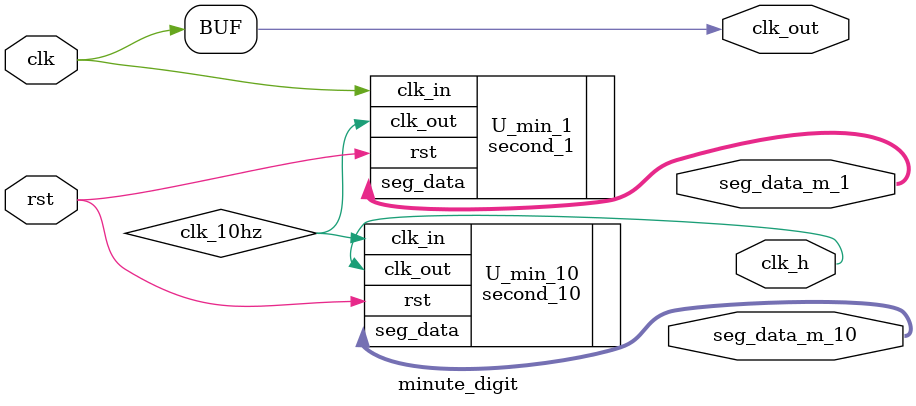
<source format=v>
module minute_digit(clk, rst, clk_h, clk_out, seg_data_m_1, seg_data_m_10);

  input		      clk, rst;
  output          clk_h, clk_out;
  output [7:0]	seg_data_m_1, seg_data_m_10;

  wire clk_10hz;
 
  second_1 U_min_1(.clk_in(clk), 
						 .rst(rst), 
						 .clk_out(clk_10hz), 
						 .seg_data(seg_data_m_1));
  
  second_10 U_min_10(.clk_in(clk_10hz), 
						   .rst(rst), 
					   	.clk_out(clk_h), 
						   .seg_data(seg_data_m_10));
assign clk_out = clk;

endmodule

</source>
